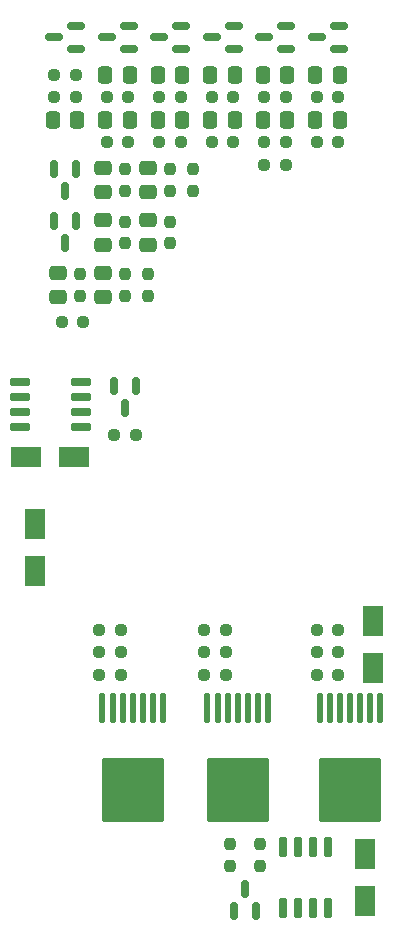
<source format=gtp>
G04 #@! TF.GenerationSoftware,KiCad,Pcbnew,(6.0.9)*
G04 #@! TF.CreationDate,2023-07-15T07:21:25-07:00*
G04 #@! TF.ProjectId,canbuz-1977-vw-bus-ecu,63616e62-757a-42d3-9139-37372d76772d,rev?*
G04 #@! TF.SameCoordinates,Original*
G04 #@! TF.FileFunction,Paste,Top*
G04 #@! TF.FilePolarity,Positive*
%FSLAX46Y46*%
G04 Gerber Fmt 4.6, Leading zero omitted, Abs format (unit mm)*
G04 Created by KiCad (PCBNEW (6.0.9)) date 2023-07-15 07:21:25*
%MOMM*%
%LPD*%
G01*
G04 APERTURE LIST*
G04 Aperture macros list*
%AMRoundRect*
0 Rectangle with rounded corners*
0 $1 Rounding radius*
0 $2 $3 $4 $5 $6 $7 $8 $9 X,Y pos of 4 corners*
0 Add a 4 corners polygon primitive as box body*
4,1,4,$2,$3,$4,$5,$6,$7,$8,$9,$2,$3,0*
0 Add four circle primitives for the rounded corners*
1,1,$1+$1,$2,$3*
1,1,$1+$1,$4,$5*
1,1,$1+$1,$6,$7*
1,1,$1+$1,$8,$9*
0 Add four rect primitives between the rounded corners*
20,1,$1+$1,$2,$3,$4,$5,0*
20,1,$1+$1,$4,$5,$6,$7,0*
20,1,$1+$1,$6,$7,$8,$9,0*
20,1,$1+$1,$8,$9,$2,$3,0*%
G04 Aperture macros list end*
%ADD10RoundRect,0.237500X-0.237500X0.250000X-0.237500X-0.250000X0.237500X-0.250000X0.237500X0.250000X0*%
%ADD11RoundRect,0.250000X0.337500X0.475000X-0.337500X0.475000X-0.337500X-0.475000X0.337500X-0.475000X0*%
%ADD12RoundRect,0.250000X-0.337500X-0.475000X0.337500X-0.475000X0.337500X0.475000X-0.337500X0.475000X0*%
%ADD13RoundRect,0.237500X-0.250000X-0.237500X0.250000X-0.237500X0.250000X0.237500X-0.250000X0.237500X0*%
%ADD14RoundRect,0.237500X0.250000X0.237500X-0.250000X0.237500X-0.250000X-0.237500X0.250000X-0.237500X0*%
%ADD15RoundRect,0.250000X0.475000X-0.337500X0.475000X0.337500X-0.475000X0.337500X-0.475000X-0.337500X0*%
%ADD16R,1.800000X2.500000*%
%ADD17RoundRect,0.150000X0.587500X0.150000X-0.587500X0.150000X-0.587500X-0.150000X0.587500X-0.150000X0*%
%ADD18RoundRect,0.137500X0.137500X1.112500X-0.137500X1.112500X-0.137500X-1.112500X0.137500X-1.112500X0*%
%ADD19RoundRect,0.265000X2.385000X2.485000X-2.385000X2.485000X-2.385000X-2.485000X2.385000X-2.485000X0*%
%ADD20RoundRect,0.150000X-0.150000X0.587500X-0.150000X-0.587500X0.150000X-0.587500X0.150000X0.587500X0*%
%ADD21R,2.500000X1.800000*%
%ADD22RoundRect,0.237500X0.237500X-0.250000X0.237500X0.250000X-0.237500X0.250000X-0.237500X-0.250000X0*%
%ADD23RoundRect,0.150000X-0.725000X-0.150000X0.725000X-0.150000X0.725000X0.150000X-0.725000X0.150000X0*%
%ADD24RoundRect,0.150000X0.150000X-0.725000X0.150000X0.725000X-0.150000X0.725000X-0.150000X-0.725000X0*%
%ADD25RoundRect,0.150000X0.150000X-0.587500X0.150000X0.587500X-0.150000X0.587500X-0.150000X-0.587500X0*%
G04 APERTURE END LIST*
D10*
X50799999Y-62587500D03*
X50799999Y-64412500D03*
D11*
X60092500Y-53975000D03*
X58017500Y-53975000D03*
D12*
X66907500Y-50165000D03*
X68982500Y-50165000D03*
D10*
X50799999Y-58142500D03*
X50799999Y-59967500D03*
D13*
X45442500Y-71120000D03*
X47267500Y-71120000D03*
D14*
X55522500Y-52069999D03*
X53697500Y-52069999D03*
D15*
X45085000Y-68982500D03*
X45085000Y-66907500D03*
D14*
X55522500Y-55880000D03*
X53697500Y-55880000D03*
X50442500Y-99060000D03*
X48617500Y-99060000D03*
D15*
X52705000Y-64537500D03*
X52705000Y-62462500D03*
D16*
X71755000Y-100425000D03*
X71755000Y-96425000D03*
D10*
X59690000Y-115292500D03*
X59690000Y-117117500D03*
D15*
X48895000Y-60092500D03*
X48895000Y-58017500D03*
D13*
X44807500Y-50165000D03*
X46632500Y-50165000D03*
D17*
X51102500Y-47940000D03*
X51102500Y-46040000D03*
X49227500Y-46990000D03*
D10*
X50800000Y-67032500D03*
X50800000Y-68857500D03*
D12*
X66907500Y-53975000D03*
X68982500Y-53975000D03*
D14*
X59967500Y-55880000D03*
X58142500Y-55880000D03*
D18*
X72400000Y-103800000D03*
X71550000Y-103800000D03*
X70700000Y-103800000D03*
X69850000Y-103800000D03*
X69000000Y-103800000D03*
X68150000Y-103800000D03*
X67300000Y-103800000D03*
D19*
X69850000Y-110700000D03*
D13*
X67032500Y-100965000D03*
X68857500Y-100965000D03*
D16*
X71120000Y-116110000D03*
X71120000Y-120110000D03*
D20*
X46670000Y-58117500D03*
X44770000Y-58117500D03*
X45720000Y-59992500D03*
D14*
X68857500Y-99060000D03*
X67032500Y-99060000D03*
D15*
X52705000Y-60092500D03*
X52705000Y-58017500D03*
X48895000Y-68982500D03*
X48895000Y-66907500D03*
D12*
X62462500Y-50165000D03*
X64537500Y-50165000D03*
D13*
X67032500Y-97155000D03*
X68857500Y-97155000D03*
D17*
X59992500Y-47940000D03*
X59992500Y-46040000D03*
X58117500Y-46990000D03*
D10*
X56515000Y-58142500D03*
X56515000Y-59967500D03*
X54610000Y-58142500D03*
X54610000Y-59967500D03*
D12*
X49127500Y-50165000D03*
X51202500Y-50165000D03*
X44682500Y-53975000D03*
X46757500Y-53975000D03*
D17*
X46657500Y-47940000D03*
X46657500Y-46040000D03*
X44782500Y-46990000D03*
D16*
X43180000Y-92170000D03*
X43180000Y-88170000D03*
D13*
X48617500Y-100965000D03*
X50442500Y-100965000D03*
D10*
X46989999Y-67032500D03*
X46989999Y-68857500D03*
D14*
X64412500Y-55880000D03*
X62587500Y-55880000D03*
X51077500Y-52070000D03*
X49252500Y-52070000D03*
D21*
X42450000Y-82550000D03*
X46450000Y-82550000D03*
D17*
X55547500Y-47940000D03*
X55547500Y-46040000D03*
X53672500Y-46990000D03*
D13*
X57507500Y-100965000D03*
X59332500Y-100965000D03*
D14*
X68857500Y-55880000D03*
X67032500Y-55880000D03*
X64412500Y-52070000D03*
X62587500Y-52070000D03*
D13*
X49252500Y-55880000D03*
X51077500Y-55880000D03*
D22*
X52705000Y-68857500D03*
X52705000Y-67032500D03*
D17*
X68882500Y-47940000D03*
X68882500Y-46040000D03*
X67007500Y-46990000D03*
D14*
X51712500Y-80645000D03*
X49887500Y-80645000D03*
D12*
X49127500Y-53975000D03*
X51202500Y-53975000D03*
D20*
X46670000Y-62562500D03*
X44770000Y-62562500D03*
X45720000Y-64437500D03*
X51750000Y-76532500D03*
X49850000Y-76532500D03*
X50800000Y-78407500D03*
D14*
X59332500Y-97155000D03*
X57507500Y-97155000D03*
X59332500Y-99060000D03*
X57507500Y-99060000D03*
D23*
X41875000Y-76200000D03*
X41875000Y-77470000D03*
X41875000Y-78740000D03*
X41875000Y-80010000D03*
X47025000Y-80010000D03*
X47025000Y-78740000D03*
X47025000Y-77470000D03*
X47025000Y-76200000D03*
D18*
X62875000Y-103800000D03*
X62025000Y-103800000D03*
X61175000Y-103800000D03*
X60325000Y-103800000D03*
X59475000Y-103800000D03*
X58625000Y-103800000D03*
X57775000Y-103800000D03*
D19*
X60325000Y-110700000D03*
D17*
X64437500Y-47940000D03*
X64437500Y-46040000D03*
X62562500Y-46990000D03*
D14*
X46632500Y-52070000D03*
X44807500Y-52070000D03*
D12*
X53572500Y-50165000D03*
X55647500Y-50165000D03*
X58017500Y-50165000D03*
X60092500Y-50165000D03*
D14*
X59967500Y-52070000D03*
X58142500Y-52070000D03*
D22*
X62230000Y-117117500D03*
X62230000Y-115292500D03*
D14*
X68857500Y-52070000D03*
X67032500Y-52070000D03*
D24*
X64135000Y-120685000D03*
X65405000Y-120685000D03*
X66675000Y-120685000D03*
X67945000Y-120685000D03*
X67945000Y-115535000D03*
X66675000Y-115535000D03*
X65405000Y-115535000D03*
X64135000Y-115535000D03*
D14*
X64412500Y-57785000D03*
X62587500Y-57785000D03*
D18*
X53985000Y-103800000D03*
X53135000Y-103800000D03*
X52285000Y-103800000D03*
X51435000Y-103800000D03*
X50585000Y-103800000D03*
X49735000Y-103800000D03*
X48885000Y-103800000D03*
D19*
X51435000Y-110700000D03*
D25*
X60010000Y-120952500D03*
X61910000Y-120952500D03*
X60960000Y-119077500D03*
D22*
X54610000Y-64412500D03*
X54610000Y-62587500D03*
D15*
X48895000Y-64537500D03*
X48895000Y-62462500D03*
D12*
X53572500Y-53975000D03*
X55647500Y-53975000D03*
X62462500Y-53975000D03*
X64537500Y-53975000D03*
D14*
X50442500Y-97155000D03*
X48617500Y-97155000D03*
M02*

</source>
